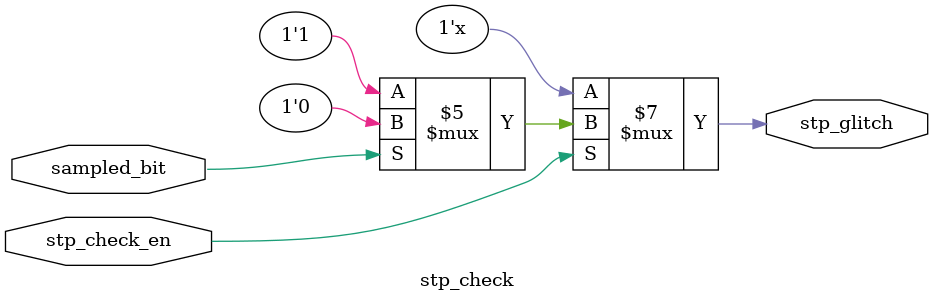
<source format=v>
module stp_check (
    input wire stp_check_en,
    input wire sampled_bit,

    output reg stp_glitch

);


always @(*) 
    begin
        
       // data<=0;
        if (stp_check_en)
            if(sampled_bit==1)    
                stp_glitch<=0;
            else
                stp_glitch<=1'b1;
        else
           stp_glitch<=stp_glitch;
    end
endmodule
</source>
